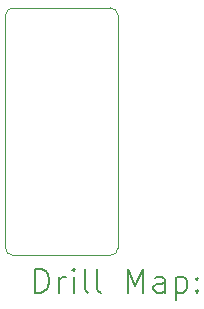
<source format=gbr>
%FSLAX45Y45*%
G04 Gerber Fmt 4.5, Leading zero omitted, Abs format (unit mm)*
G04 Created by KiCad (PCBNEW (6.0.2)) date 2022-09-22 18:35:55*
%MOMM*%
%LPD*%
G01*
G04 APERTURE LIST*
%TA.AperFunction,Profile*%
%ADD10C,0.100000*%
%TD*%
%ADD11C,0.200000*%
G04 APERTURE END LIST*
D10*
X15176500Y-10350500D02*
X14351000Y-10350500D01*
X14351000Y-8255000D02*
X15176500Y-8255000D01*
X15240000Y-8318500D02*
X15240000Y-10287000D01*
X15240000Y-8318500D02*
G75*
G03*
X15176500Y-8255000I-63500J0D01*
G01*
X14287500Y-10287000D02*
X14287500Y-8318500D01*
X14351000Y-8255000D02*
G75*
G03*
X14287500Y-8318500I0J-63500D01*
G01*
X14287500Y-10287000D02*
G75*
G03*
X14351000Y-10350500I63500J0D01*
G01*
X15176500Y-10350500D02*
G75*
G03*
X15240000Y-10287000I0J63500D01*
G01*
D11*
X14540119Y-10665976D02*
X14540119Y-10465976D01*
X14587738Y-10465976D01*
X14616309Y-10475500D01*
X14635357Y-10494548D01*
X14644881Y-10513595D01*
X14654405Y-10551690D01*
X14654405Y-10580262D01*
X14644881Y-10618357D01*
X14635357Y-10637405D01*
X14616309Y-10656452D01*
X14587738Y-10665976D01*
X14540119Y-10665976D01*
X14740119Y-10665976D02*
X14740119Y-10532643D01*
X14740119Y-10570738D02*
X14749643Y-10551690D01*
X14759167Y-10542167D01*
X14778214Y-10532643D01*
X14797262Y-10532643D01*
X14863928Y-10665976D02*
X14863928Y-10532643D01*
X14863928Y-10465976D02*
X14854405Y-10475500D01*
X14863928Y-10485024D01*
X14873452Y-10475500D01*
X14863928Y-10465976D01*
X14863928Y-10485024D01*
X14987738Y-10665976D02*
X14968690Y-10656452D01*
X14959167Y-10637405D01*
X14959167Y-10465976D01*
X15092500Y-10665976D02*
X15073452Y-10656452D01*
X15063928Y-10637405D01*
X15063928Y-10465976D01*
X15321071Y-10665976D02*
X15321071Y-10465976D01*
X15387738Y-10608833D01*
X15454405Y-10465976D01*
X15454405Y-10665976D01*
X15635357Y-10665976D02*
X15635357Y-10561214D01*
X15625833Y-10542167D01*
X15606786Y-10532643D01*
X15568690Y-10532643D01*
X15549643Y-10542167D01*
X15635357Y-10656452D02*
X15616309Y-10665976D01*
X15568690Y-10665976D01*
X15549643Y-10656452D01*
X15540119Y-10637405D01*
X15540119Y-10618357D01*
X15549643Y-10599310D01*
X15568690Y-10589786D01*
X15616309Y-10589786D01*
X15635357Y-10580262D01*
X15730595Y-10532643D02*
X15730595Y-10732643D01*
X15730595Y-10542167D02*
X15749643Y-10532643D01*
X15787738Y-10532643D01*
X15806786Y-10542167D01*
X15816309Y-10551690D01*
X15825833Y-10570738D01*
X15825833Y-10627881D01*
X15816309Y-10646929D01*
X15806786Y-10656452D01*
X15787738Y-10665976D01*
X15749643Y-10665976D01*
X15730595Y-10656452D01*
X15911548Y-10646929D02*
X15921071Y-10656452D01*
X15911548Y-10665976D01*
X15902024Y-10656452D01*
X15911548Y-10646929D01*
X15911548Y-10665976D01*
X15911548Y-10542167D02*
X15921071Y-10551690D01*
X15911548Y-10561214D01*
X15902024Y-10551690D01*
X15911548Y-10542167D01*
X15911548Y-10561214D01*
M02*

</source>
